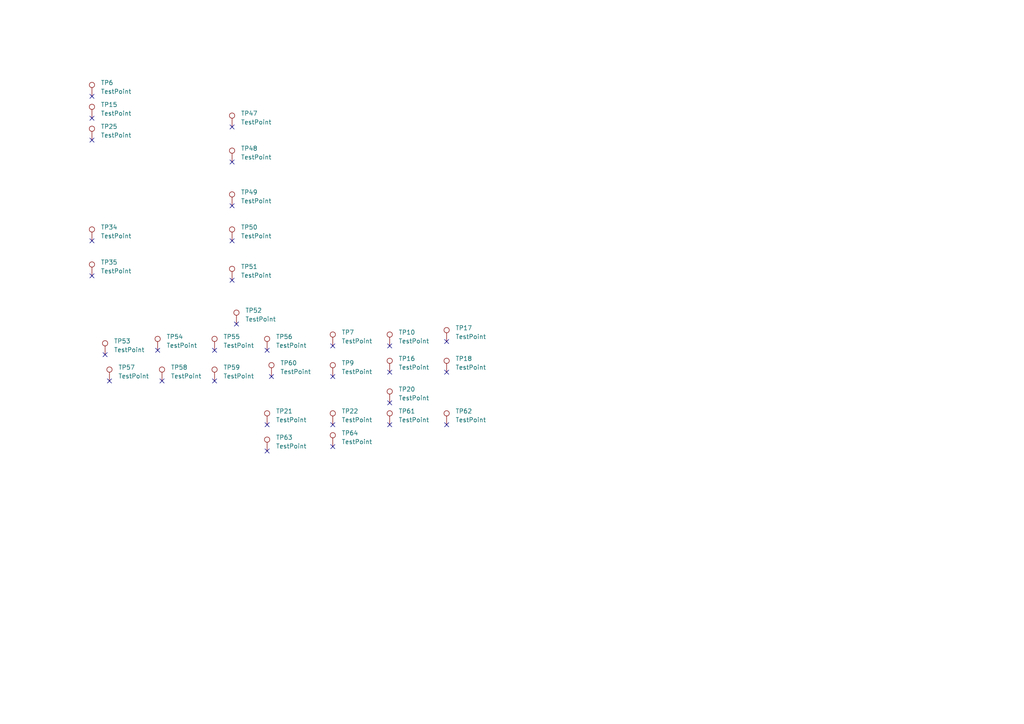
<source format=kicad_sch>
(kicad_sch (version 20250114) (generator "eeschema") (generator_version "9.0")
  (paper "A4")
  (lib_symbols
    (symbol "Connector:TestPoint" (pin_numbers (hide yes)) (pin_names (offset 0.762) (hide yes))
      (property "Reference" "TP" (at 0 6.858 0))
      (property "Value" "TestPoint" (at 0 5.08 0))
      (symbol "TestPoint_0_1"
        (circle (center 0 3.302) (radius 0.762))
      )
      (symbol "TestPoint_1_1"
        (pin passive line (at 0 0 90) (length 2.54) (name "1") (number "1"))
      )
    )
  )
  (no_connect (at 129.54 99.06))
  (no_connect (at 67.31 46.99))
  (no_connect (at 77.47 130.81))
  (no_connect (at 77.47 123.19))
  (no_connect (at 113.03 123.19))
  (no_connect (at 26.67 27.94))
  (no_connect (at 26.67 40.64))
  (no_connect (at 26.67 69.85))
  (no_connect (at 31.75 110.49))
  (no_connect (at 113.03 100.33))
  (no_connect (at 67.31 59.69))
  (no_connect (at 113.03 107.95))
  (no_connect (at 30.48 102.87))
  (no_connect (at 67.31 36.83))
  (no_connect (at 62.23 101.6))
  (no_connect (at 26.67 34.29))
  (no_connect (at 113.03 116.84))
  (no_connect (at 26.67 80.01))
  (no_connect (at 46.99 110.49))
  (no_connect (at 96.52 100.33))
  (no_connect (at 67.31 69.85))
  (no_connect (at 96.52 109.22))
  (no_connect (at 129.54 107.95))
  (no_connect (at 129.54 123.19))
  (no_connect (at 62.23 110.49))
  (no_connect (at 68.58 93.98))
  (no_connect (at 45.72 101.6))
  (no_connect (at 77.47 101.6))
  (no_connect (at 96.52 123.19))
  (no_connect (at 96.52 129.54))
  (no_connect (at 67.31 81.28))
  (no_connect (at 78.74 109.22))
  (symbol (lib_id "Connector:TestPoint") (at 67.31 69.85 0) (unit 1)
    (property "Reference" "TP50" (at 69.85 65.913 0) (effects (justify left)))
    (property "Value" "TestPoint" (at 69.85 68.453 0) (effects (justify left)))
    (property "Footprint" "speciallib:TestPoint_Special_THTPad_D1.9mm_Drill1mm" (effects (hide yes)))
  )
  (symbol (lib_id "Connector:TestPoint") (at 45.72 101.6 0) (unit 1)
    (property "Reference" "TP54" (at 48.26 97.663 0) (effects (justify left)))
    (property "Value" "TestPoint" (at 48.26 100.203 0) (effects (justify left)))
    (property "Footprint" "speciallib:TestPoint_Special_THTPad_D1.9mm_Drill1mm" (effects (hide yes)))
  )
  (symbol (lib_id "Connector:TestPoint") (at 113.03 107.95 0) (unit 1)
    (property "Reference" "TP16" (at 115.57 104.013 0) (effects (justify left)))
    (property "Value" "TestPoint" (at 115.57 106.553 0) (effects (justify left)))
    (property "Footprint" "speciallib:TestPoint_Special_THTPad_D1.9mm_Drill1mm" (effects (hide yes)))
  )
  (symbol (lib_id "Connector:TestPoint") (at 96.52 123.19 0) (unit 1)
    (property "Reference" "TP22" (at 99.06 119.253 0) (effects (justify left)))
    (property "Value" "TestPoint" (at 99.06 121.793 0) (effects (justify left)))
    (property "Footprint" "speciallib:TestPoint_Special_THTPad_D1.9mm_Drill1mm" (effects (hide yes)))
  )
  (symbol (lib_id "Connector:TestPoint") (at 78.74 109.22 0) (unit 1)
    (property "Reference" "TP60" (at 81.28 105.283 0) (effects (justify left)))
    (property "Value" "TestPoint" (at 81.28 107.823 0) (effects (justify left)))
    (property "Footprint" "speciallib:TestPoint_Special_THTPad_D1.9mm_Drill1mm" (effects (hide yes)))
  )
  (symbol (lib_id "Connector:TestPoint") (at 77.47 130.81 0) (unit 1)
    (property "Reference" "TP63" (at 80.01 126.873 0) (effects (justify left)))
    (property "Value" "TestPoint" (at 80.01 129.413 0) (effects (justify left)))
    (property "Footprint" "speciallib:TestPoint_Special_THTPad_D1.9mm_Drill1mm" (effects (hide yes)))
  )
  (symbol (lib_id "Connector:TestPoint") (at 26.67 40.64 0) (unit 1)
    (property "Reference" "TP25" (at 29.21 36.703 0) (effects (justify left)))
    (property "Value" "TestPoint" (at 29.21 39.243 0) (effects (justify left)))
    (property "Footprint" "speciallib:TestPoint_Special_THTPad_D1.9mm_Drill1mm" (effects (hide yes)))
  )
  (symbol (lib_id "Connector:TestPoint") (at 113.03 123.19 0) (unit 1)
    (property "Reference" "TP61" (at 115.57 119.253 0) (effects (justify left)))
    (property "Value" "TestPoint" (at 115.57 121.793 0) (effects (justify left)))
    (property "Footprint" "speciallib:TestPoint_Special_THTPad_D1.9mm_Drill1mm" (effects (hide yes)))
  )
  (symbol (lib_id "Connector:TestPoint") (at 129.54 123.19 0) (unit 1)
    (property "Reference" "TP62" (at 132.08 119.253 0) (effects (justify left)))
    (property "Value" "TestPoint" (at 132.08 121.793 0) (effects (justify left)))
    (property "Footprint" "speciallib:TestPoint_Special_THTPad_D1.9mm_Drill1mm" (effects (hide yes)))
  )
  (symbol (lib_id "Connector:TestPoint") (at 113.03 100.33 0) (unit 1)
    (property "Reference" "TP10" (at 115.57 96.393 0) (effects (justify left)))
    (property "Value" "TestPoint" (at 115.57 98.933 0) (effects (justify left)))
    (property "Footprint" "speciallib:TestPoint_Special_THTPad_D1.9mm_Drill1mm" (effects (hide yes)))
  )
  (symbol (lib_id "Connector:TestPoint") (at 67.31 59.69 0) (unit 1)
    (property "Reference" "TP49" (at 69.85 55.753 0) (effects (justify left)))
    (property "Value" "TestPoint" (at 69.85 58.293 0) (effects (justify left)))
    (property "Footprint" "speciallib:TestPoint_Special_THTPad_D1.9mm_Drill1mm" (effects (hide yes)))
  )
  (symbol (lib_id "Connector:TestPoint") (at 30.48 102.87 0) (unit 1)
    (property "Reference" "TP53" (at 33.02 98.933 0) (effects (justify left)))
    (property "Value" "TestPoint" (at 33.02 101.473 0) (effects (justify left)))
    (property "Footprint" "speciallib:TestPoint_Special_THTPad_D1.9mm_Drill1mm" (effects (hide yes)))
  )
  (symbol (lib_id "Connector:TestPoint") (at 113.03 116.84 0) (unit 1)
    (property "Reference" "TP20" (at 115.57 112.903 0) (effects (justify left)))
    (property "Value" "TestPoint" (at 115.57 115.443 0) (effects (justify left)))
    (property "Footprint" "speciallib:TestPoint_Special_THTPad_D1.9mm_Drill1mm" (effects (hide yes)))
  )
  (symbol (lib_id "Connector:TestPoint") (at 67.31 36.83 0) (unit 1)
    (property "Reference" "TP47" (at 69.85 32.893 0) (effects (justify left)))
    (property "Value" "TestPoint" (at 69.85 35.433 0) (effects (justify left)))
    (property "Footprint" "speciallib:TestPoint_Special_THTPad_D1.9mm_Drill1mm" (effects (hide yes)))
  )
  (symbol (lib_id "Connector:TestPoint") (at 62.23 101.6 0) (unit 1)
    (property "Reference" "TP55" (at 64.77 97.663 0) (effects (justify left)))
    (property "Value" "TestPoint" (at 64.77 100.203 0) (effects (justify left)))
    (property "Footprint" "speciallib:TestPoint_Special_THTPad_D1.9mm_Drill1mm" (effects (hide yes)))
  )
  (symbol (lib_id "Connector:TestPoint") (at 67.31 46.99 0) (unit 1)
    (property "Reference" "TP48" (at 69.85 43.053 0) (effects (justify left)))
    (property "Value" "TestPoint" (at 69.85 45.593 0) (effects (justify left)))
    (property "Footprint" "speciallib:TestPoint_Special_THTPad_D1.9mm_Drill1mm" (effects (hide yes)))
  )
  (symbol (lib_id "Connector:TestPoint") (at 46.99 110.49 0) (unit 1)
    (property "Reference" "TP58" (at 49.53 106.553 0) (effects (justify left)))
    (property "Value" "TestPoint" (at 49.53 109.093 0) (effects (justify left)))
    (property "Footprint" "speciallib:TestPoint_Special_THTPad_D1.9mm_Drill1mm" (effects (hide yes)))
  )
  (symbol (lib_id "Connector:TestPoint") (at 129.54 99.06 0) (unit 1)
    (property "Reference" "TP17" (at 132.08 95.123 0) (effects (justify left)))
    (property "Value" "TestPoint" (at 132.08 97.663 0) (effects (justify left)))
    (property "Footprint" "speciallib:TestPoint_Special_THTPad_D1.9mm_Drill1mm" (effects (hide yes)))
  )
  (symbol (lib_id "Connector:TestPoint") (at 26.67 69.85 0) (unit 1)
    (property "Reference" "TP34" (at 29.21 65.913 0) (effects (justify left)))
    (property "Value" "TestPoint" (at 29.21 68.453 0) (effects (justify left)))
    (property "Footprint" "speciallib:TestPoint_Special_THTPad_D1.9mm_Drill1mm" (effects (hide yes)))
  )
  (symbol (lib_id "Connector:TestPoint") (at 96.52 129.54 0) (unit 1)
    (property "Reference" "TP64" (at 99.06 125.603 0) (effects (justify left)))
    (property "Value" "TestPoint" (at 99.06 128.143 0) (effects (justify left)))
    (property "Footprint" "speciallib:TestPoint_Special_THTPad_D1.9mm_Drill1mm" (effects (hide yes)))
  )
  (symbol (lib_id "Connector:TestPoint") (at 77.47 123.19 0) (unit 1)
    (property "Reference" "TP21" (at 80.01 119.253 0) (effects (justify left)))
    (property "Value" "TestPoint" (at 80.01 121.793 0) (effects (justify left)))
    (property "Footprint" "speciallib:TestPoint_Special_THTPad_D1.9mm_Drill1mm" (effects (hide yes)))
  )
  (symbol (lib_id "Connector:TestPoint") (at 96.52 109.22 0) (unit 1)
    (property "Reference" "TP9" (at 99.06 105.283 0) (effects (justify left)))
    (property "Value" "TestPoint" (at 99.06 107.823 0) (effects (justify left)))
    (property "Footprint" "speciallib:TestPoint_Special_THTPad_D1.9mm_Drill1mm" (effects (hide yes)))
  )
  (symbol (lib_id "Connector:TestPoint") (at 62.23 110.49 0) (unit 1)
    (property "Reference" "TP59" (at 64.77 106.553 0) (effects (justify left)))
    (property "Value" "TestPoint" (at 64.77 109.093 0) (effects (justify left)))
    (property "Footprint" "speciallib:TestPoint_Special_THTPad_D1.9mm_Drill1mm" (effects (hide yes)))
  )
  (symbol (lib_id "Connector:TestPoint") (at 67.31 81.28 0) (unit 1)
    (property "Reference" "TP51" (at 69.85 77.343 0) (effects (justify left)))
    (property "Value" "TestPoint" (at 69.85 79.883 0) (effects (justify left)))
    (property "Footprint" "speciallib:TestPoint_Special_THTPad_D1.9mm_Drill1mm" (effects (hide yes)))
  )
  (symbol (lib_id "Connector:TestPoint") (at 129.54 107.95 0) (unit 1)
    (property "Reference" "TP18" (at 132.08 104.013 0) (effects (justify left)))
    (property "Value" "TestPoint" (at 132.08 106.553 0) (effects (justify left)))
    (property "Footprint" "speciallib:TestPoint_Special_THTPad_D1.9mm_Drill1mm" (effects (hide yes)))
  )
  (symbol (lib_id "Connector:TestPoint") (at 26.67 80.01 0) (unit 1)
    (property "Reference" "TP35" (at 29.21 76.073 0) (effects (justify left)))
    (property "Value" "TestPoint" (at 29.21 78.613 0) (effects (justify left)))
    (property "Footprint" "speciallib:TestPoint_Special_THTPad_D1.9mm_Drill1mm" (effects (hide yes)))
  )
  (symbol (lib_id "Connector:TestPoint") (at 31.75 110.49 0) (unit 1)
    (property "Reference" "TP57" (at 34.29 106.553 0) (effects (justify left)))
    (property "Value" "TestPoint" (at 34.29 109.093 0) (effects (justify left)))
    (property "Footprint" "speciallib:TestPoint_Special_THTPad_D1.9mm_Drill1mm" (effects (hide yes)))
  )
  (symbol (lib_id "Connector:TestPoint") (at 68.58 93.98 0) (unit 1)
    (property "Reference" "TP52" (at 71.12 90.043 0) (effects (justify left)))
    (property "Value" "TestPoint" (at 71.12 92.583 0) (effects (justify left)))
    (property "Footprint" "speciallib:TestPoint_Special_THTPad_D1.9mm_Drill1mm" (effects (hide yes)))
  )
  (symbol (lib_id "Connector:TestPoint") (at 26.67 27.94 0) (unit 1)
    (property "Reference" "TP6" (at 29.21 24.003 0) (effects (justify left)))
    (property "Value" "TestPoint" (at 29.21 26.543 0) (effects (justify left)))
    (property "Footprint" "speciallib:TestPoint_Special_THTPad_D1.9mm_Drill1mm" (effects (hide yes)))
  )
  (symbol (lib_id "Connector:TestPoint") (at 26.67 34.29 0) (unit 1)
    (property "Reference" "TP15" (at 29.21 30.353 0) (effects (justify left)))
    (property "Value" "TestPoint" (at 29.21 32.893 0) (effects (justify left)))
    (property "Footprint" "speciallib:TestPoint_Special_THTPad_D1.9mm_Drill1mm" (effects (hide yes)))
  )
  (symbol (lib_id "Connector:TestPoint") (at 96.52 100.33 0) (unit 1)
    (property "Reference" "TP7" (at 99.06 96.393 0) (effects (justify left)))
    (property "Value" "TestPoint" (at 99.06 98.933 0) (effects (justify left)))
    (property "Footprint" "speciallib:TestPoint_Special_THTPad_D1.9mm_Drill1mm" (effects (hide yes)))
  )
  (symbol (lib_id "Connector:TestPoint") (at 77.47 101.6 0) (unit 1)
    (property "Reference" "TP56" (at 80.01 97.663 0) (effects (justify left)))
    (property "Value" "TestPoint" (at 80.01 100.203 0) (effects (justify left)))
    (property "Footprint" "speciallib:TestPoint_Special_THTPad_D1.9mm_Drill1mm" (effects (hide yes)))
  )
)
</source>
